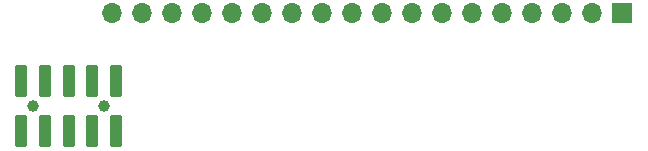
<source format=gts>
%TF.GenerationSoftware,KiCad,Pcbnew,9.0.4-9.0.4-0~ubuntu24.04.1*%
%TF.CreationDate,2025-10-19T10:06:06-07:00*%
%TF.ProjectId,NX-ButtonInterface,4e582d42-7574-4746-9f6e-496e74657266,2*%
%TF.SameCoordinates,Original*%
%TF.FileFunction,Soldermask,Top*%
%TF.FilePolarity,Negative*%
%FSLAX46Y46*%
G04 Gerber Fmt 4.6, Leading zero omitted, Abs format (unit mm)*
G04 Created by KiCad (PCBNEW 9.0.4-9.0.4-0~ubuntu24.04.1) date 2025-10-19 10:06:06*
%MOMM*%
%LPD*%
G01*
G04 APERTURE LIST*
G04 Aperture macros list*
%AMRoundRect*
0 Rectangle with rounded corners*
0 $1 Rounding radius*
0 $2 $3 $4 $5 $6 $7 $8 $9 X,Y pos of 4 corners*
0 Add a 4 corners polygon primitive as box body*
4,1,4,$2,$3,$4,$5,$6,$7,$8,$9,$2,$3,0*
0 Add four circle primitives for the rounded corners*
1,1,$1+$1,$2,$3*
1,1,$1+$1,$4,$5*
1,1,$1+$1,$6,$7*
1,1,$1+$1,$8,$9*
0 Add four rect primitives between the rounded corners*
20,1,$1+$1,$2,$3,$4,$5,0*
20,1,$1+$1,$4,$5,$6,$7,0*
20,1,$1+$1,$6,$7,$8,$9,0*
20,1,$1+$1,$8,$9,$2,$3,0*%
G04 Aperture macros list end*
%ADD10R,1.700000X1.700000*%
%ADD11O,1.700000X1.700000*%
%ADD12C,1.000000*%
%ADD13RoundRect,0.150000X0.350000X1.225000X-0.350000X1.225000X-0.350000X-1.225000X0.350000X-1.225000X0*%
G04 APERTURE END LIST*
D10*
%TO.C,J1*%
X129921000Y-92964000D03*
D11*
X127381000Y-92964000D03*
X124841000Y-92964000D03*
X122301000Y-92964000D03*
X119761000Y-92964000D03*
X117221000Y-92964000D03*
X114681000Y-92964000D03*
X112141000Y-92964000D03*
X109601000Y-92964000D03*
X107061000Y-92964000D03*
X104521000Y-92964000D03*
X101981000Y-92964000D03*
X99441000Y-92964000D03*
X96901000Y-92964000D03*
X94361000Y-92964000D03*
X91821000Y-92964000D03*
X89281000Y-92964000D03*
X86741000Y-92964000D03*
%TD*%
D12*
%TO.C,J2*%
X86032600Y-100816400D03*
X80032600Y-100816400D03*
D13*
X87032600Y-98691400D03*
X87032600Y-102941400D03*
X85032600Y-98691400D03*
X85032600Y-102941400D03*
X83032600Y-98691400D03*
X83032600Y-102941400D03*
X81032600Y-98691400D03*
X81032600Y-102941400D03*
X79032600Y-98691400D03*
X79032600Y-102941400D03*
%TD*%
M02*

</source>
